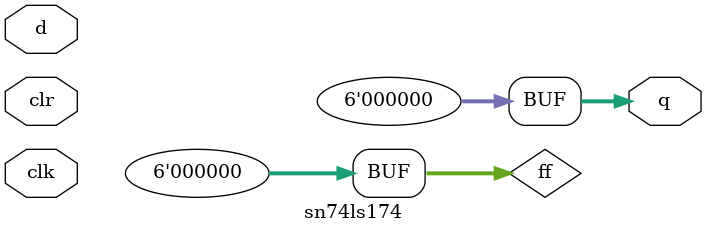
<source format=v>
module sn74ls174(q, d, clk, clr);
input [5:0] d;
input clk, clr;
output [5:0] q;
reg [5:0] ff;

parameter
	tPLH_min=0, tPLH_typ=20, tPLH_max=30,		// worst case (CLR time)
	tPHL_min=0, tPHL_typ=23, tPHL_max=35;

initial
begin
	ff = 6'bxxxxxx;
end

always @(clr==0)
begin
	ff <= 0;
end

always @(posedge clk)
begin
	if (clr==1)
		ff <= d;
end

assign #(tPLH_min:tPLH_typ:tPLH_max, tPHL_min:tPHL_typ:tPHL_max)
	q = ff;

endmodule

</source>
